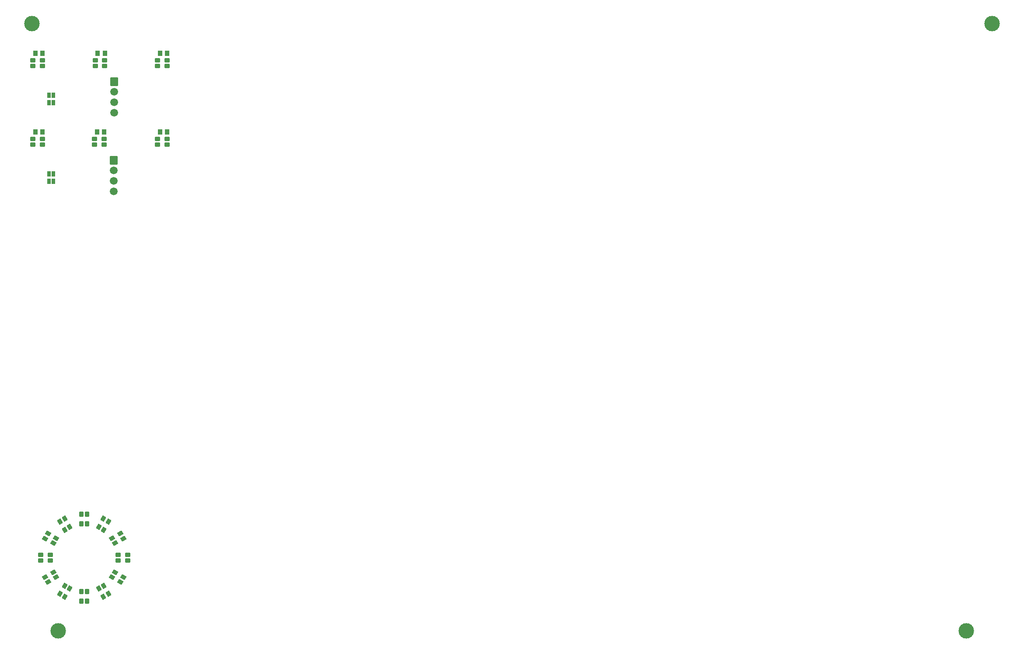
<source format=gts>
G04 Layer: TopSolderMaskLayer*
G04 EasyEDA v6.5.29, 2023-07-19 20:11:26*
G04 d82c07e130dc4937808a739b57af0cf3,5a6b42c53f6a479593ecc07194224c93,10*
G04 Gerber Generator version 0.2*
G04 Scale: 100 percent, Rotated: No, Reflected: No *
G04 Dimensions in millimeters *
G04 leading zeros omitted , absolute positions ,4 integer and 5 decimal *
%FSLAX45Y45*%
%MOMM*%

%AMMACRO1*1,1,$1,$2,$3*1,1,$1,$4,$5*1,1,$1,0-$2,0-$3*1,1,$1,0-$4,0-$5*20,1,$1,$2,$3,$4,$5,0*20,1,$1,$4,$5,0-$2,0-$3,0*20,1,$1,0-$2,0-$3,0-$4,0-$5,0*20,1,$1,0-$4,0-$5,$2,$3,0*4,1,4,$2,$3,$4,$5,0-$2,0-$3,0-$4,0-$5,$2,$3,0*%
%ADD10MACRO1,0.1016X-0.45X0.35X0.45X0.35*%
%ADD11MACRO1,0.1016X-0.5647X0.0781X0.2147X0.5281*%
%ADD12MACRO1,0.1016X-0.5281X-0.2147X-0.0781X0.5647*%
%ADD13MACRO1,0.1016X-0.35X-0.45X-0.35X0.45*%
%ADD14MACRO1,0.1016X-0.0781X-0.5647X-0.5281X0.2147*%
%ADD15MACRO1,0.1016X0.2147X-0.5281X-0.5647X-0.0781*%
%ADD16MACRO1,0.1016X0.45X-0.35X-0.45X-0.35*%
%ADD17MACRO1,0.1016X0.5647X-0.0781X-0.2147X-0.5281*%
%ADD18MACRO1,0.1016X0.5281X0.2147X0.0781X-0.5647*%
%ADD19MACRO1,0.1016X0.35X0.45X0.35X-0.45*%
%ADD20MACRO1,0.1016X0.0781X0.5647X0.5281X-0.2147*%
%ADD21MACRO1,0.1016X-0.2147X0.5281X0.5647X0.0781*%
%ADD22MACRO1,0.1016X-0.3X-0.425X-0.3X0.425*%
%ADD23MACRO1,0.1016X0.4X-0.45X-0.4X-0.45*%
%ADD24C,1.5016*%
%ADD25MACRO1,0.1016X-0.7X0.762X-0.7X-0.762*%
%ADD26C,3.0000*%

%LPD*%
D10*
G01*
X2885503Y1998103D03*
G01*
X2702496Y1998102D03*
G01*
X2702496Y1888095D03*
G01*
X2885503Y1888095D03*
D11*
G01*
X2745348Y2411134D03*
G01*
X2586860Y2319629D03*
G01*
X2641864Y2224359D03*
G01*
X2800352Y2315862D03*
D12*
G01*
X2417461Y2698755D03*
G01*
X2325959Y2540266D03*
G01*
X2421229Y2485263D03*
G01*
X2512733Y2643751D03*
D13*
G01*
X1989691Y2783898D03*
G01*
X1989692Y2600891D03*
G01*
X2099699Y2600891D03*
G01*
X2099699Y2783898D03*
D14*
G01*
X1576660Y2643751D03*
G01*
X1668165Y2485263D03*
G01*
X1763435Y2540266D03*
G01*
X1671932Y2698755D03*
D15*
G01*
X1289037Y2315864D03*
G01*
X1447525Y2224361D03*
G01*
X1502529Y2319632D03*
G01*
X1344040Y2411135D03*
D16*
G01*
X1203893Y1888093D03*
G01*
X1386900Y1888095D03*
G01*
X1386900Y1998102D03*
G01*
X1203893Y1998102D03*
D17*
G01*
X1344040Y1475063D03*
G01*
X1502529Y1566567D03*
G01*
X1447525Y1661838D03*
G01*
X1289037Y1570334D03*
D18*
G01*
X1671930Y1187442D03*
G01*
X1763433Y1345930D03*
G01*
X1668162Y1400934D03*
G01*
X1576659Y1242446D03*
D19*
G01*
X2099698Y1102296D03*
G01*
X2099697Y1285303D03*
G01*
X1989689Y1285303D03*
G01*
X1989689Y1102296D03*
D20*
G01*
X2512731Y1242446D03*
G01*
X2421227Y1400934D03*
G01*
X2325956Y1345930D03*
G01*
X2417460Y1187442D03*
D21*
G01*
X2800352Y1570333D03*
G01*
X2641864Y1661835D03*
G01*
X2586860Y1566565D03*
G01*
X2745348Y1475061D03*
D22*
G01*
X1367200Y10760609D03*
G01*
X1452199Y10905592D03*
G01*
X1367200Y10905592D03*
G01*
X1452199Y10760609D03*
G01*
X1367200Y9236609D03*
G01*
X1452199Y9381592D03*
G01*
X1367200Y9381592D03*
G01*
X1452199Y9236609D03*
D23*
G01*
X1098400Y11722100D03*
G01*
X1238399Y11722100D03*
D10*
G01*
X1234503Y11586603D03*
G01*
X1051496Y11586602D03*
G01*
X1051496Y11476595D03*
G01*
X1234503Y11476595D03*
G01*
X2441003Y11586603D03*
G01*
X2257996Y11586602D03*
G01*
X2257996Y11476595D03*
G01*
X2441003Y11476595D03*
D23*
G01*
X2304900Y11722100D03*
G01*
X2444899Y11722100D03*
D10*
G01*
X3647503Y11586603D03*
G01*
X3464496Y11586602D03*
G01*
X3464496Y11476595D03*
G01*
X3647503Y11476595D03*
D23*
G01*
X3511400Y11722100D03*
G01*
X3651399Y11722100D03*
D10*
G01*
X1234503Y10062603D03*
G01*
X1051496Y10062602D03*
G01*
X1051496Y9952595D03*
G01*
X1234503Y9952595D03*
D23*
G01*
X1098400Y10198100D03*
G01*
X1238399Y10198100D03*
D10*
G01*
X2428303Y10062603D03*
G01*
X2245296Y10062602D03*
G01*
X2245296Y9952595D03*
G01*
X2428303Y9952595D03*
D23*
G01*
X2292200Y10198100D03*
G01*
X2432199Y10198100D03*
G01*
X3511400Y10198100D03*
G01*
X3651399Y10198100D03*
D10*
G01*
X3647503Y10062603D03*
G01*
X3464496Y10062602D03*
G01*
X3464496Y9952595D03*
G01*
X3647503Y9952595D03*
D24*
G01*
X2628900Y10571200D03*
G01*
X2628900Y10771200D03*
G01*
X2628900Y10971199D03*
D25*
G01*
X2628900Y11171199D03*
D24*
G01*
X2616200Y9047200D03*
G01*
X2616200Y9247200D03*
G01*
X2616200Y9447199D03*
D25*
G01*
X2616200Y9647199D03*
D26*
G01*
X1038097Y12297999D03*
G01*
X19617100Y12297999D03*
G01*
X1538097Y529000D03*
G01*
X19117101Y529000D03*
M02*

</source>
